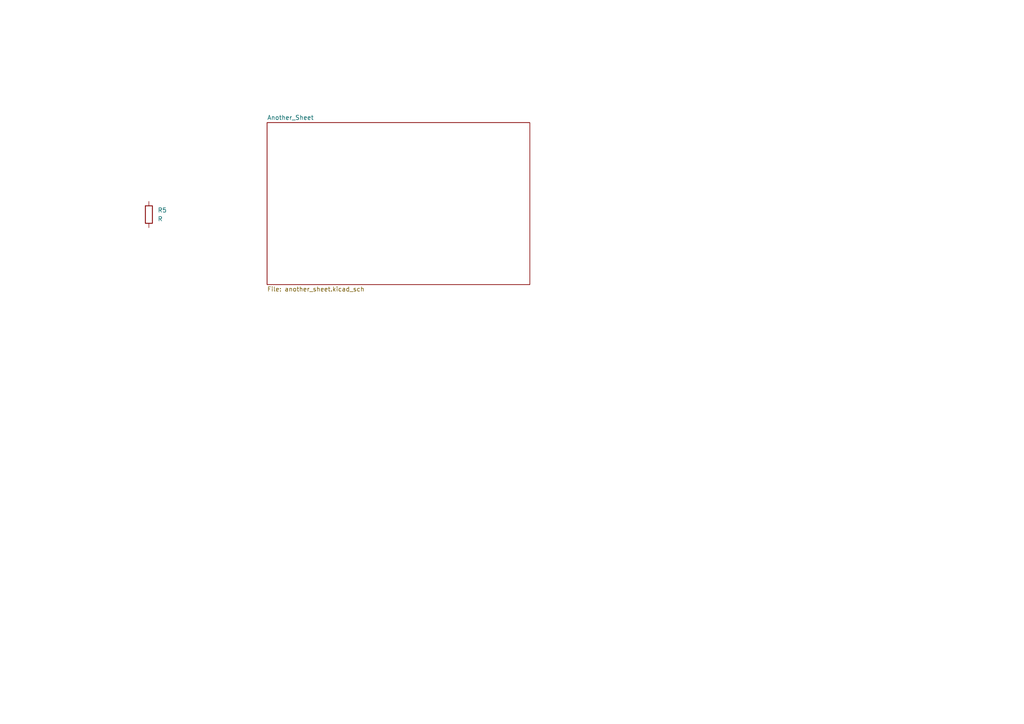
<source format=kicad_sch>
(kicad_sch (version 20250114) (generator "eeschema") (generator_version "9.0")
  (paper "A4")
  (lib_symbols
    (symbol "Device:R" (pin_numbers (hide yes)) (pin_names (offset 0))
      (property "Reference" "R" (at 2.032 0 90))
      (property "Value" "R" (at 0 0 90))
      (symbol "R_0_1"
        (rectangle (start -1.016 -2.54) (end 1.016 2.54) (stroke (width 0.254)))
      )
      (symbol "R_1_1"
        (pin passive line (at 0 3.81 270) (length 1.27) (name "~") (number "1"))
        (pin passive line (at 0 -3.81 90) (length 1.27) (name "~") (number "2"))
      )
    )
  )
  (symbol (lib_id "Device:R") (at 43.18 62.23 0) (unit 1)
    (property "Reference" "R5" (at 45.72 60.9599 0) (effects (justify left)))
    (property "Value" "R" (at 45.72 63.4999 0) (effects (justify left)))
    (property "Footprint" "Resistor_SMD:R_0603_1608Metric" (effects (hide yes)))
    (property "Description" "Resistor" (effects (hide yes)))
    (instances (project "hierarchical_component_classes" (path "" (reference "R5") (unit 1)) (path "" (reference "R6") (unit 1))))
  )
  (sheet (at 77.47 35.56) (size 76.2 46.99) (stroke (width 0.1524))
    (property "Sheetname" "Another_Sheet" (at 77.47 34.8484 0) (effects (justify left bottom)))
    (property "Sheetfile" "another_sheet.kicad_sch" (at 77.47 83.1346 0) (effects (justify left top)))
  )
)
</source>
